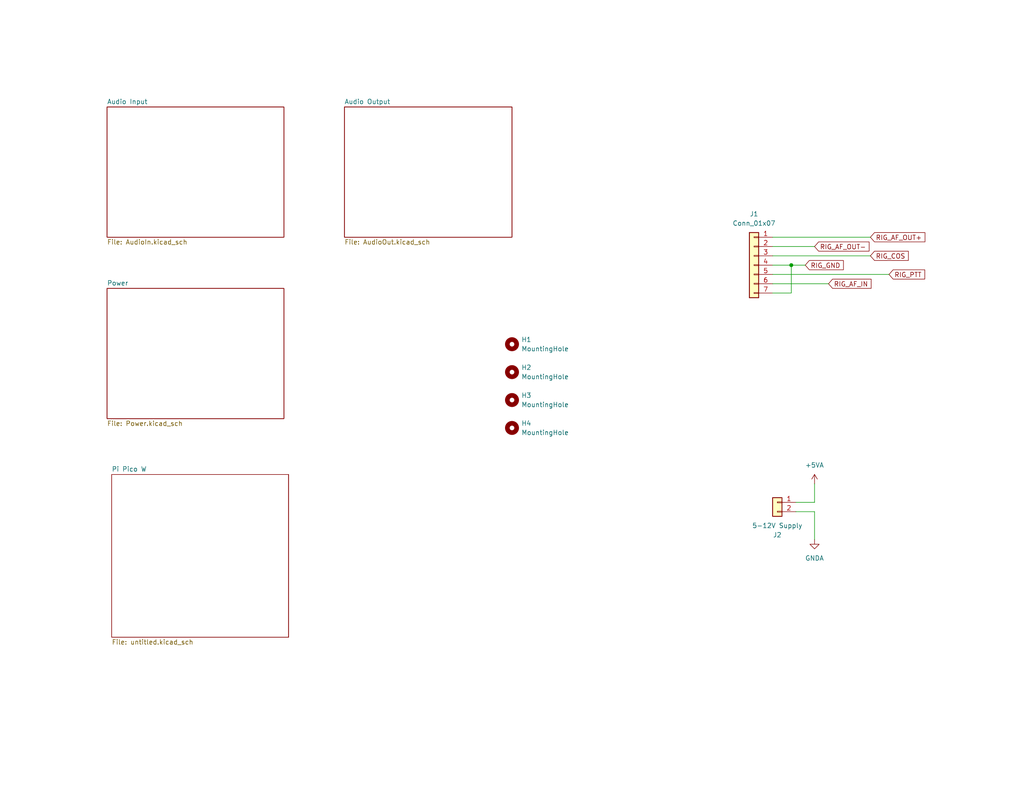
<source format=kicad_sch>
(kicad_sch (version 20230121) (generator eeschema)
  (paper "USLetter")
  (title_block (title "MicroLink - Top Level") (date "2024-02-17") (rev "0") (company "Bruce MacKinnon KC1FSZ") (comment 1 "Copyright (C) 2024 - Not For Commercial Use"))
  (lib_symbols
    (symbol "Connector_Generic:Conn_01x02" (pin_names (offset 1.016) hide)
      (property "Reference" "J" (at 0 2.54 0))
      (property "Value" "Conn_01x02" (at 0 -5.08 0))
      (symbol "Conn_01x02_1_1"
        (rectangle (start -1.27 -2.413) (end 0 -2.667) (stroke (width 0.1524)))
        (rectangle (start -1.27 0.127) (end 0 -0.127) (stroke (width 0.1524)))
        (rectangle (start -1.27 1.27) (end 1.27 -3.81) (stroke (width 0.254)) (fill (type background)))
        (pin passive line (at -5.08 0 0) (length 3.81) (name "Pin_1") (number "1"))
        (pin passive line (at -5.08 -2.54 0) (length 3.81) (name "Pin_2") (number "2"))
      )
    )
    (symbol "Connector_Generic:Conn_01x07" (pin_names (offset 1.016) hide)
      (property "Reference" "J" (at 0 10.16 0))
      (property "Value" "Conn_01x07" (at 0 -10.16 0))
      (symbol "Conn_01x07_1_1"
        (rectangle (start -1.27 -7.493) (end 0 -7.747) (stroke (width 0.1524)))
        (rectangle (start -1.27 -4.953) (end 0 -5.207) (stroke (width 0.1524)))
        (rectangle (start -1.27 -2.413) (end 0 -2.667) (stroke (width 0.1524)))
        (rectangle (start -1.27 0.127) (end 0 -0.127) (stroke (width 0.1524)))
        (rectangle (start -1.27 2.667) (end 0 2.413) (stroke (width 0.1524)))
        (rectangle (start -1.27 5.207) (end 0 4.953) (stroke (width 0.1524)))
        (rectangle (start -1.27 7.747) (end 0 7.493) (stroke (width 0.1524)))
        (rectangle (start -1.27 8.89) (end 1.27 -8.89) (stroke (width 0.254)) (fill (type background)))
        (pin passive line (at -5.08 7.62 0) (length 3.81) (name "Pin_1") (number "1"))
        (pin passive line (at -5.08 5.08 0) (length 3.81) (name "Pin_2") (number "2"))
        (pin passive line (at -5.08 2.54 0) (length 3.81) (name "Pin_3") (number "3"))
        (pin passive line (at -5.08 0 0) (length 3.81) (name "Pin_4") (number "4"))
        (pin passive line (at -5.08 -2.54 0) (length 3.81) (name "Pin_5") (number "5"))
        (pin passive line (at -5.08 -5.08 0) (length 3.81) (name "Pin_6") (number "6"))
        (pin passive line (at -5.08 -7.62 0) (length 3.81) (name "Pin_7") (number "7"))
      )
    )
    (symbol "Mechanical:MountingHole" (pin_names (offset 1.016))
      (property "Reference" "H" (at 0 5.08 0))
      (property "Value" "MountingHole" (at 0 3.175 0))
      (symbol "MountingHole_0_1"
        (circle (center 0 0) (radius 1.27) (stroke (width 1.27)))
      )
    )
    (symbol "power:+5VA" (power) (pin_names (offset 0))
      (property "Value" "+5VA" (at 0 3.556 0))
      (symbol "+5VA_0_1"
        (polyline (pts (xy -0.762 1.27) (xy 0 2.54)))
        (polyline (pts (xy 0 0) (xy 0 2.54)))
        (polyline (pts (xy 0 2.54) (xy 0.762 1.27)))
      )
      (symbol "+5VA_1_1"
        (pin power_in line (at 0 0 90) (length 0) hide (name "+5VA") (number "1"))
      )
    )
    (symbol "power:GNDA" (power) (pin_names (offset 0))
      (property "Value" "GNDA" (at 0 -3.81 0))
      (symbol "GNDA_0_1"
        (polyline (pts (xy 0 0) (xy 0 -1.27) (xy 1.27 -1.27) (xy 0 -2.54) (xy -1.27 -1.27) (xy 0 -1.27)))
      )
      (symbol "GNDA_1_1"
        (pin power_in line (at 0 0 270) (length 0) hide (name "GNDA") (number "1"))
      )
    )
  )
  (junction (at 215.9 72.39))
  (wire (pts (xy 210.82 69.85) (xy 237.49 69.85)))
  (wire (pts (xy 210.82 74.93) (xy 242.57 74.93)))
  (wire (pts (xy 210.82 64.77) (xy 237.49 64.77)))
  (wire (pts (xy 210.82 67.31) (xy 222.25 67.31)))
  (wire (pts (xy 217.17 139.7) (xy 222.25 139.7)))
  (wire (pts (xy 215.9 80.01) (xy 215.9 72.39)))
  (wire (pts (xy 217.17 137.16) (xy 222.25 137.16)))
  (wire (pts (xy 210.82 80.01) (xy 215.9 80.01)))
  (wire (pts (xy 222.25 137.16) (xy 222.25 132.08)))
  (wire (pts (xy 222.25 139.7) (xy 222.25 147.32)))
  (wire (pts (xy 210.82 77.47) (xy 226.06 77.47)))
  (wire (pts (xy 215.9 72.39) (xy 219.71 72.39)))
  (wire (pts (xy 210.82 72.39) (xy 215.9 72.39)))
  (global_label "RIG_PTT" (shape input) (at 242.57 74.93 0) (property "Intersheetrefs" "${INTERSHEET_REFS}" (effects hide)))
  (global_label "RIG_AF_OUT-" (shape input) (at 222.25 67.31 0) (property "Intersheetrefs" "${INTERSHEET_REFS}" (effects hide)))
  (global_label "RIG_COS" (shape input) (at 237.49 69.85 0) (property "Intersheetrefs" "${INTERSHEET_REFS}" (effects hide)))
  (global_label "RIG_GND" (shape input) (at 219.71 72.39 0) (property "Intersheetrefs" "${INTERSHEET_REFS}" (effects hide)))
  (global_label "RIG_AF_OUT+" (shape input) (at 237.49 64.77 0) (property "Intersheetrefs" "${INTERSHEET_REFS}" (effects hide)))
  (global_label "RIG_AF_IN" (shape input) (at 226.06 77.47 0) (property "Intersheetrefs" "${INTERSHEET_REFS}" (effects hide)))
  (symbol (lib_id "power:+5VA") (at 222.25 132.08 0) (unit 1)
    (property "Reference" "#PWR02" (effects hide))
    (property "Value" "+5VA" (at 222.25 127 0))
  )
  (symbol (lib_id "Mechanical:MountingHole") (at 139.7 93.98 0) (unit 1)
    (property "Reference" "H1" (at 142.24 92.71 0) (effects (justify left)))
    (property "Value" "MountingHole" (at 142.24 95.25 0) (effects (justify left)))
    (property "Footprint" "MountingHole:MountingHole_4mm" (effects hide))
  )
  (symbol (lib_id "Connector_Generic:Conn_01x02") (at 212.09 137.16 0) (mirror y) (unit 1)
    (property "Reference" "J2" (at 212.09 146.05 0))
    (property "Value" "5-12V Supply" (at 212.09 143.51 0))
    (property "Footprint" "Connector_PinHeader_2.54mm:PinHeader_1x02_P2.54mm_Vertical" (effects hide))
  )
  (symbol (lib_id "Mechanical:MountingHole") (at 139.7 109.22 0) (unit 1)
    (property "Reference" "H3" (at 142.24 107.95 0) (effects (justify left)))
    (property "Value" "MountingHole" (at 142.24 110.49 0) (effects (justify left)))
    (property "Footprint" "MountingHole:MountingHole_4mm" (effects hide))
  )
  (symbol (lib_id "power:GNDA") (at 222.25 147.32 0) (unit 1)
    (property "Reference" "#PWR026" (effects hide))
    (property "Value" "GNDA" (at 222.25 152.4 0))
  )
  (symbol (lib_id "Connector_Generic:Conn_01x07") (at 205.74 72.39 0) (mirror y) (unit 1)
    (property "Reference" "J1" (at 205.74 58.42 0))
    (property "Value" "Conn_01x07" (at 205.74 60.96 0))
    (property "Footprint" "Connector_PinHeader_2.54mm:PinHeader_1x07_P2.54mm_Vertical" (effects hide))
  )
  (symbol (lib_id "Mechanical:MountingHole") (at 139.7 101.6 0) (unit 1)
    (property "Reference" "H2" (at 142.24 100.33 0) (effects (justify left)))
    (property "Value" "MountingHole" (at 142.24 102.87 0) (effects (justify left)))
    (property "Footprint" "MountingHole:MountingHole_4mm" (effects hide))
  )
  (symbol (lib_id "Mechanical:MountingHole") (at 139.7 116.84 0) (unit 1)
    (property "Reference" "H4" (at 142.24 115.57 0) (effects (justify left)))
    (property "Value" "MountingHole" (at 142.24 118.11 0) (effects (justify left)))
    (property "Footprint" "MountingHole:MountingHole_4mm" (effects hide))
  )
  (sheet (at 93.98 29.21) (size 45.72 35.56) (stroke (width 0.1524))
    (property "Sheetname" "Audio Output" (at 93.98 28.4984 0) (effects (justify left bottom)))
    (property "Sheetfile" "AudioOut.kicad_sch" (at 93.98 65.3546 0) (effects (justify left top)))
  )
  (sheet (at 29.21 29.21) (size 48.26 35.56) (stroke (width 0.1524))
    (property "Sheetname" "Audio Input" (at 29.21 28.4984 0) (effects (justify left bottom)))
    (property "Sheetfile" "AudioIn.kicad_sch" (at 29.21 65.3546 0) (effects (justify left top)))
  )
  (sheet (at 29.21 78.74) (size 48.26 35.56) (stroke (width 0.1524))
    (property "Sheetname" "Power" (at 29.21 78.0284 0) (effects (justify left bottom)))
    (property "Sheetfile" "Power.kicad_sch" (at 29.21 114.8846 0) (effects (justify left top)))
  )
  (sheet (at 30.48 129.54) (size 48.26 44.45) (stroke (width 0.1524))
    (property "Sheetname" "Pi Pico W" (at 30.48 128.8284 0) (effects (justify left bottom)))
    (property "Sheetfile" "untitled.kicad_sch" (at 30.48 174.5746 0) (effects (justify left top)))
  )
)
</source>
